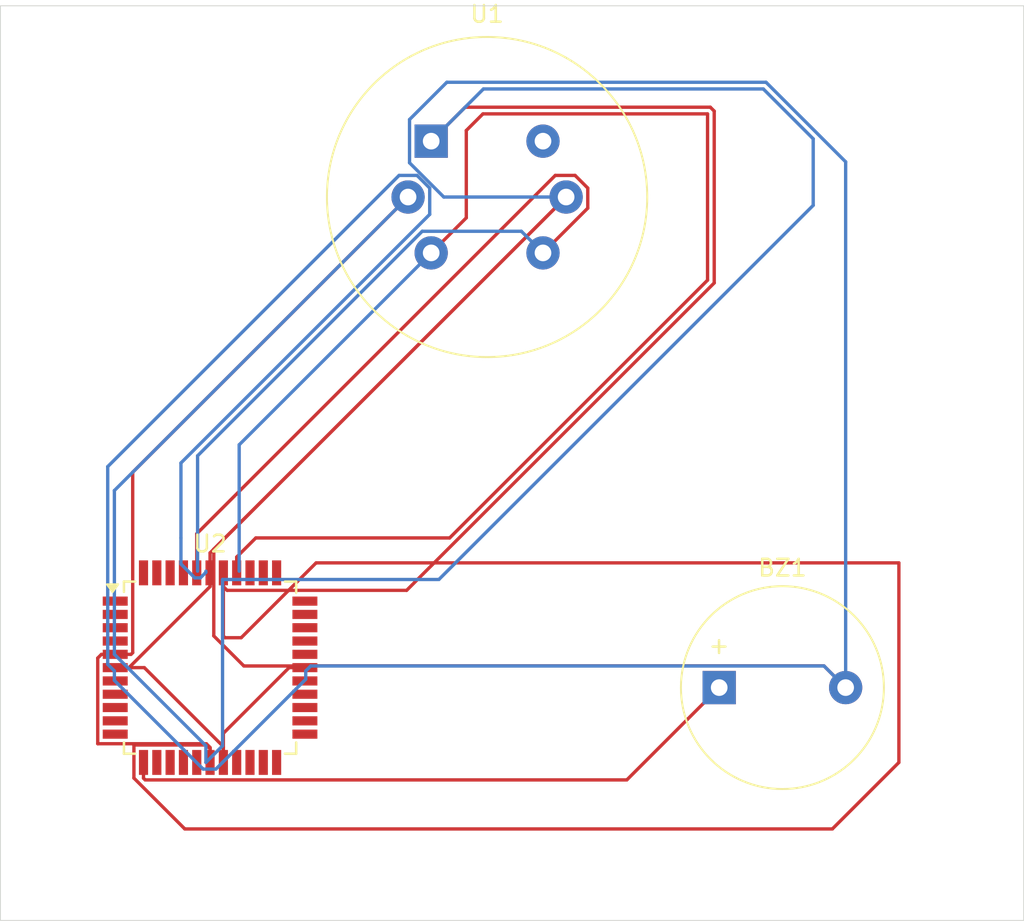
<source format=kicad_pcb>
(kicad_pcb (version 20241229) (generator "pcbnew") (generator_version "9.0")
  (layers (0 "F.Cu" signal) (2 "B.Cu" signal) (13 "F.Paste" user) (15 "B.Paste" user) (5 "F.SilkS" user "F.Silkscreen") (7 "B.SilkS" user "B.Silkscreen") (1 "F.Mask" user) (3 "B.Mask" user) (25 "Edge.Cuts" user))
  (net 0 "")
  (net 1 "Net-(BZ1-+)")
  (net 2 "GND")
  (net 3 "Net-(U1-A2)")
  (net 5 "+5V")
  (net 6 "Net-(U1-B2)")
  (footprint "Package_QFP:TQFP-44_10x10mm_P0.8mm" (layer "F.Cu") (at 152.1 85.3)
    (property "Reference" "U2" (at 0 -7.45 0) (layer "F.SilkS"))
    (property "Value" "ATmega32A-A")
    (fp_line (start -5.175 -5.175) (end -5.175 -4.56) (stroke (width 0.15)) (layer "F.SilkS"))
    (fp_line (start -5.175 -5.175) (end -4.5 -5.175) (stroke (width 0.15)) (layer "F.SilkS"))
    (fp_line (start -5.175 5.175) (end -5.175 4.5) (stroke (width 0.15)) (layer "F.SilkS"))
    (fp_line (start -5.175 5.175) (end -4.5 5.175) (stroke (width 0.15)) (layer "F.SilkS"))
    (fp_line (start 5.175 -5.175) (end 4.5 -5.175) (stroke (width 0.15)) (layer "F.SilkS"))
    (fp_line (start 5.175 -5.175) (end 5.175 -4.5) (stroke (width 0.15)) (layer "F.SilkS"))
    (fp_line (start 5.175 5.175) (end 4.5 5.175) (stroke (width 0.15)) (layer "F.SilkS"))
    (fp_line (start 5.175 5.175) (end 5.175 4.5) (stroke (width 0.15)) (layer "F.SilkS"))
    (fp_poly (pts (xy -5.86 -4.54) (xy -6.2 -5.01) (xy -5.52 -5.01) (xy -5.86 -4.54)) (stroke (width 0.12)) (fill yes) (layer "F.SilkS"))
    (pad "1" smd rect (at -5.7 -4) (size 1.5 0.55) (layers "F.Cu" "F.Mask" "F.Paste"))
    (pad "2" smd rect (at -5.7 -3.2) (size 1.5 0.55) (layers "F.Cu" "F.Mask" "F.Paste"))
    (pad "3" smd rect (at -5.7 -2.4) (size 1.5 0.55) (layers "F.Cu" "F.Mask" "F.Paste"))
    (pad "4" smd rect (at -5.7 -1.6) (size 1.5 0.55) (layers "F.Cu" "F.Mask" "F.Paste"))
    (pad "5" smd rect (at -5.7 -0.8) (size 1.5 0.55) (layers "F.Cu" "F.Mask" "F.Paste") (net 5 "+5V"))
    (pad "6" smd rect (at -5.7 0) (size 1.5 0.55) (layers "F.Cu" "F.Mask" "F.Paste") (net 2 "GND"))
    (pad "7" smd rect (at -5.7 0.8) (size 1.5 0.55) (layers "F.Cu" "F.Mask" "F.Paste"))
    (pad "8" smd rect (at -5.7 1.6) (size 1.5 0.55) (layers "F.Cu" "F.Mask" "F.Paste"))
    (pad "9" smd rect (at -5.7 2.4) (size 1.5 0.55) (layers "F.Cu" "F.Mask" "F.Paste"))
    (pad "10" smd rect (at -5.7 3.2) (size 1.5 0.55) (layers "F.Cu" "F.Mask" "F.Paste"))
    (pad "11" smd rect (at -5.7 4) (size 1.5 0.55) (layers "F.Cu" "F.Mask" "F.Paste"))
    (pad "12" smd rect (at -4 5.7 90) (size 1.5 0.55) (layers "F.Cu" "F.Mask" "F.Paste") (net 1 "Net-(BZ1-+)"))
    (pad "13" smd rect (at -3.2 5.7 90) (size 1.5 0.55) (layers "F.Cu" "F.Mask" "F.Paste"))
    (pad "14" smd rect (at -2.4 5.7 90) (size 1.5 0.55) (layers "F.Cu" "F.Mask" "F.Paste"))
    (pad "15" smd rect (at -1.6 5.7 90) (size 1.5 0.55) (layers "F.Cu" "F.Mask" "F.Paste"))
    (pad "16" smd rect (at -0.8 5.7 90) (size 1.5 0.55) (layers "F.Cu" "F.Mask" "F.Paste"))
    (pad "17" smd rect (at 0 5.7 90) (size 1.5 0.55) (layers "F.Cu" "F.Mask" "F.Paste") (net 5 "+5V"))
    (pad "18" smd rect (at 0.8 5.7 90) (size 1.5 0.55) (layers "F.Cu" "F.Mask" "F.Paste") (net 2 "GND"))
    (pad "19" smd rect (at 1.6 5.7 90) (size 1.5 0.55) (layers "F.Cu" "F.Mask" "F.Paste"))
    (pad "20" smd rect (at 2.4 5.7 90) (size 1.5 0.55) (layers "F.Cu" "F.Mask" "F.Paste"))
    (pad "21" smd rect (at 3.2 5.7 90) (size 1.5 0.55) (layers "F.Cu" "F.Mask" "F.Paste"))
    (pad "22" smd rect (at 4 5.7 90) (size 1.5 0.55) (layers "F.Cu" "F.Mask" "F.Paste"))
    (pad "23" smd rect (at 5.7 4) (size 1.5 0.55) (layers "F.Cu" "F.Mask" "F.Paste"))
    (pad "24" smd rect (at 5.7 3.2) (size 1.5 0.55) (layers "F.Cu" "F.Mask" "F.Paste"))
    (pad "25" smd rect (at 5.7 2.4) (size 1.5 0.55) (layers "F.Cu" "F.Mask" "F.Paste"))
    (pad "26" smd rect (at 5.7 1.6) (size 1.5 0.55) (layers "F.Cu" "F.Mask" "F.Paste"))
    (pad "27" smd rect (at 5.7 0.8) (size 1.5 0.55) (layers "F.Cu" "F.Mask" "F.Paste"))
    (pad "28" smd rect (at 5.7 0) (size 1.5 0.55) (layers "F.Cu" "F.Mask" "F.Paste") (net 2 "GND"))
    (pad "29" smd rect (at 5.7 -0.8) (size 1.5 0.55) (layers "F.Cu" "F.Mask" "F.Paste"))
    (pad "30" smd rect (at 5.7 -1.6) (size 1.5 0.55) (layers "F.Cu" "F.Mask" "F.Paste"))
    (pad "31" smd rect (at 5.7 -2.4) (size 1.5 0.55) (layers "F.Cu" "F.Mask" "F.Paste"))
    (pad "32" smd rect (at 5.7 -3.2) (size 1.5 0.55) (layers "F.Cu" "F.Mask" "F.Paste"))
    (pad "33" smd rect (at 5.7 -4) (size 1.5 0.55) (layers "F.Cu" "F.Mask" "F.Paste"))
    (pad "34" smd rect (at 4 -5.7 90) (size 1.5 0.55) (layers "F.Cu" "F.Mask" "F.Paste"))
    (pad "35" smd rect (at 3.2 -5.7 90) (size 1.5 0.55) (layers "F.Cu" "F.Mask" "F.Paste"))
    (pad "36" smd rect (at 2.4 -5.7 90) (size 1.5 0.55) (layers "F.Cu" "F.Mask" "F.Paste"))
    (pad "37" smd rect (at 1.6 -5.7 90) (size 1.5 0.55) (layers "F.Cu" "F.Mask" "F.Paste") (net 6 "Net-(U1-B2)"))
    (pad "38" smd rect (at 0.8 -5.7 90) (size 1.5 0.55) (layers "F.Cu" "F.Mask" "F.Paste") (net 5 "+5V"))
    (pad "39" smd rect (at 0 -5.7 90) (size 1.5 0.55) (layers "F.Cu" "F.Mask" "F.Paste") (net 2 "GND"))
    (pad "40" smd rect (at -0.8 -5.7 90) (size 1.5 0.55) (layers "F.Cu" "F.Mask" "F.Paste") (net 3 "Net-(U1-A2)"))
    (pad "41" smd rect (at -1.6 -5.7 90) (size 1.5 0.55) (layers "F.Cu" "F.Mask" "F.Paste"))
    (pad "42" smd rect (at -2.4 -5.7 90) (size 1.5 0.55) (layers "F.Cu" "F.Mask" "F.Paste"))
    (pad "43" smd rect (at -3.2 -5.7 90) (size 1.5 0.55) (layers "F.Cu" "F.Mask" "F.Paste"))
    (pad "44" smd rect (at -4 -5.7 90) (size 1.5 0.55) (layers "F.Cu" "F.Mask" "F.Paste"))
  )
  (footprint "Sensor:MQ-6" (layer "F.Cu") (at 165.39 53.64)
    (property "Reference" "U1" (at 3.36 -7.64 0) (layer "F.SilkS"))
    (property "Value" "MQ-6")
    (fp_circle (center 3.36 3.36) (end 12.985 3.36) (stroke (width 0.12)) (fill no) (layer "F.SilkS"))
    (pad "1" thru_hole rect (at 0 0) (size 2 2) (drill 1) (layers "*.Cu" "*.Mask") (net 5 "+5V"))
    (pad "2" thru_hole circle (at -1.39 3.36) (size 2 2) (drill 1) (layers "*.Cu" "*.Mask") (net 5 "+5V"))
    (pad "3" thru_hole circle (at 0 6.72 90) (size 2 2) (drill 1) (layers "*.Cu" "*.Mask") (net 6 "Net-(U1-B2)"))
    (pad "4" thru_hole circle (at 6.72 6.72 180) (size 2 2) (drill 1) (layers "*.Cu" "*.Mask") (net 3 "Net-(U1-A2)"))
    (pad "5" thru_hole circle (at 8.11 3.36) (size 2 2) (drill 1) (layers "*.Cu" "*.Mask") (net 2 "GND"))
    (pad "6" thru_hole circle (at 6.72 0 270) (size 2 2) (drill 1) (layers "*.Cu" "*.Mask"))
  )
  (footprint "Buzzer_Beeper:Buzzer_12x9.5RM7.6" (layer "F.Cu") (at 182.7 86.5)
    (property "Reference" "BZ1" (at 3.8 -7.2 0) (layer "F.SilkS"))
    (property "Value" "Buzzer")
    (fp_circle (center 3.8 0) (end 9.9 0) (stroke (width 0.12)) (fill no) (layer "F.SilkS"))
    (fp_text user "+" (at -0.01 -2.54 0) (layer "F.SilkS"))
    (pad "1" thru_hole rect (at 0 0) (size 2 2) (drill 1) (layers "*.Cu" "*.Mask") (net 1 "Net-(BZ1-+)"))
    (pad "2" thru_hole circle (at 7.6 0) (size 2 2) (drill 1) (layers "*.Cu" "*.Mask") (net 2 "GND"))
  )
  (gr_rect (start 139.5 45.5) (end 201 100.5) (stroke (width 0.05)) (fill no) (layer "Edge.Cuts"))
  (segment (start 182.7 86.5) (end 177.149 92.051) (width 0.2) (layer "F.Cu") (net 1))
  (segment (start 148.1 91.95) (end 148.1 91) (width 0.2) (layer "F.Cu") (net 1))
  (segment (start 148.201 92.051) (end 148.1 91.95) (width 0.2) (layer "F.Cu") (net 1))
  (segment (start 177.149 92.051) (end 148.201 92.051) (width 0.2) (layer "F.Cu") (net 1))
  (segment (start 154.1319 85.199) (end 188.999 85.199) (width 0.2) (layer "F.Cu") (net 2))
  (segment (start 152.1 80.427) (end 147.227 85.3) (width 0.2) (layer "F.Cu") (net 2))
  (segment (start 152.1 78.4) (end 152.1 79.6) (width 0.2) (layer "F.Cu") (net 2))
  (segment (start 173.5 57) (end 152.1 78.4) (width 0.2) (layer "F.Cu") (net 2))
  (segment (start 173.5 57) (end 152.324 78.176) (width 0.2) (layer "F.Cu") (net 2))
  (segment (start 147.227 85.3) (end 146.4 85.3) (width 0.2) (layer "F.Cu") (net 2))
  (segment (start 152.9 91) (end 152.9 89.25) (width 0.2) (layer "F.Cu") (net 2))
  (segment (start 157.901 85.199) (end 188.999 85.199) (width 0.2) (layer "F.Cu") (net 2))
  (segment (start 190.3 86.5) (end 190.3 86.7) (width 0.2) (layer "F.Cu") (net 2))
  (segment (start 152.9 90.05) (end 152.9 91) (width 0.2) (layer "F.Cu") (net 2))
  (segment (start 148.15 85.3) (end 152.9 90.05) (width 0.2) (layer "F.Cu") (net 2))
  (segment (start 188.999 85.199) (end 190.3 86.5) (width 0.2) (layer "F.Cu") (net 2))
  (segment (start 152.9 89.25) (end 156.85 85.3) (width 0.2) (layer "F.Cu") (net 2))
  (segment (start 157.8 85.3) (end 157.901 85.199) (width 0.2) (layer "F.Cu") (net 2))
  (segment (start 152.324 83.3911) (end 154.1319 85.199) (width 0.2) (layer "F.Cu") (net 2))
  (segment (start 146.4 85.3) (end 148.15 85.3) (width 0.2) (layer "F.Cu") (net 2))
  (segment (start 152.1 79.6) (end 152.1 80.427) (width 0.2) (layer "F.Cu") (net 2))
  (segment (start 152.324 78.176) (end 152.324 83.3911) (width 0.2) (layer "F.Cu") (net 2))
  (segment (start 190.3 86.7) (end 190 87) (width 0.2) (layer "F.Cu") (net 2))
  (segment (start 156.85 85.3) (end 157.8 85.3) (width 0.2) (layer "F.Cu") (net 2))
  (segment (start 188.999 85.199) (end 158.151 85.199) (width 0.2) (layer "B.Cu") (net 2))
  (segment (start 164.538892 55.699) (end 165.301 56.461108) (width 0.2) (layer "B.Cu") (net 2))
  (segment (start 190.3 86.5) (end 188.999 85.199) (width 0.2) (layer "B.Cu") (net 2))
  (segment (start 150.35 72.993008) (end 150.35 77.5) (width 0.2) (layer "B.Cu") (net 2))
  (segment (start 166.148 57) (end 164.089 54.941) (width 0.2) (layer "B.Cu") (net 2))
  (segment (start 150.35 77.5) (end 150.35 79.0671) (width 0.2) (layer "B.Cu") (net 2))
  (segment (start 157.85 86) (end 152.85 91) (width 0.2) (layer "B.Cu") (net 2))
  (segment (start 157.85 85.5) (end 157.85 86) (width 0.2) (layer "B.Cu") (net 2))
  (segment (start 146.35 85.5) (end 145.949 85.099) (width 0.2) (layer "B.Cu") (net 2))
  (segment (start 151.1839 79.901) (end 151.5161 79.901) (width 0.2) (layer "B.Cu") (net 2))
  (segment (start 145.949 73.211108) (end 163.461108 55.699) (width 0.2) (layer "B.Cu") (net 2))
  (segment (start 163.461108 55.699) (end 164.538892 55.699) (width 0.2) (layer "B.Cu") (net 2))
  (segment (start 164.089 52.339) (end 166.329 50.099) (width 0.2) (layer "B.Cu") (net 2))
  (segment (start 190.3 54.8829) (end 190.3 86.5) (width 0.2) (layer "B.Cu") (net 2))
  (segment (start 151.85 79.5671) (end 151.85 79.5) (width 0.2) (layer "B.Cu") (net 2))
  (segment (start 151.5161 79.901) (end 151.85 79.5671) (width 0.2) (layer "B.Cu") (net 2))
  (segment (start 185.5161 50.099) (end 190.3 54.8829) (width 0.2) (layer "B.Cu") (net 2))
  (segment (start 165.301 56.461108) (end 165.301 58.042008) (width 0.2) (layer "B.Cu") (net 2))
  (segment (start 152.85 91) (end 152.449 91.401) (width 0.2) (layer "B.Cu") (net 2))
  (segment (start 152.449 91.401) (end 151.6839 91.401) (width 0.2) (layer "B.Cu") (net 2))
  (segment (start 145.949 85.099) (end 145.949 73.211108) (width 0.2) (layer "B.Cu") (net 2))
  (segment (start 165.301 58.042008) (end 150.35 72.993008) (width 0.2) (layer "B.Cu") (net 2))
  (segment (start 164.089 54.941) (end 164.089 52.339) (width 0.2) (layer "B.Cu") (net 2))
  (segment (start 166.329 50.099) (end 185.5161 50.099) (width 0.2) (layer "B.Cu") (net 2))
  (segment (start 151.6839 91.401) (end 146.35 86.0671) (width 0.2) (layer "B.Cu") (net 2))
  (segment (start 146.35 86.0671) (end 146.35 85.5) (width 0.2) (layer "B.Cu") (net 2))
  (segment (start 173.5 57) (end 166.148 57) (width 0.2) (layer "B.Cu") (net 2))
  (segment (start 158.151 85.199) (end 157.85 85.5) (width 0.2) (layer "B.Cu") (net 2))
  (segment (start 150.35 79.0671) (end 151.1839 79.901) (width 0.2) (layer "B.Cu") (net 2))
  (segment (start 172.85 55.699) (end 151.3 77.249) (width 0.2) (layer "F.Cu") (net 3))
  (segment (start 174.801 57.669) (end 174.801 56.461108) (width 0.2) (layer "F.Cu") (net 3))
  (segment (start 151.3 77.249) (end 151.3 79.6) (width 0.2) (layer "F.Cu") (net 3))
  (segment (start 174.801 56.461108) (end 174.038892 55.699) (width 0.2) (layer "F.Cu") (net 3))
  (segment (start 174.038892 55.699) (end 172.85 55.699) (width 0.2) (layer "F.Cu") (net 3))
  (segment (start 172.11 60.36) (end 174.801 57.669) (width 0.2) (layer "F.Cu") (net 3))
  (segment (start 164.851108 59.059) (end 151.35 72.560108) (width 0.2) (layer "B.Cu") (net 3))
  (segment (start 151.35 72.560108) (end 151.35 79.5) (width 0.2) (layer "B.Cu") (net 3))
  (segment (start 170.809 59.059) (end 164.851108 59.059) (width 0.2) (layer "B.Cu") (net 3))
  (segment (start 172.11 60.36) (end 170.809 59.059) (width 0.2) (layer "B.Cu") (net 3))
  (segment (start 145.349 84.724) (end 145.349 89.876) (width 0.2) (layer "F.Cu") (net 5))
  (segment (start 150.5829 95) (end 189.5 95) (width 0.2) (layer "F.Cu") (net 5))
  (segment (start 163.9161 80.651) (end 153.124 80.651) (width 0.2) (layer "F.Cu") (net 5))
  (segment (start 164 57) (end 147.451 73.549) (width 0.2) (layer "F.Cu") (net 5))
  (segment (start 152.9 80.427) (end 152.9 79.6) (width 0.2) (layer "F.Cu") (net 5))
  (segment (start 193.5 79) (end 158.473 79) (width 0.2) (layer "F.Cu") (net 5))
  (segment (start 145.573 84.5) (end 145.349 84.724) (width 0.2) (layer "F.Cu") (net 5))
  (segment (start 147.35 84.5) (end 146.4 84.5) (width 0.2) (layer "F.Cu") (net 5))
  (segment (start 182.401 51.8339) (end 182.401 62.1661) (width 0.2) (layer "F.Cu") (net 5))
  (segment (start 158.473 79) (end 153.973 83.5) (width 0.2) (layer "F.Cu") (net 5))
  (segment (start 152.9 83.4) (end 152.9 79.6) (width 0.2) (layer "F.Cu") (net 5))
  (segment (start 153.124 80.651) (end 152.9 80.427) (width 0.2) (layer "F.Cu") (net 5))
  (segment (start 193.5 91) (end 193.5 79) (width 0.2) (layer "F.Cu") (net 5))
  (segment (start 152.1 90.1) (end 152.1 91) (width 0.2) (layer "F.Cu") (net 5))
  (segment (start 147.524 91.9411) (end 150.5829 95) (width 0.2) (layer "F.Cu") (net 5))
  (segment (start 182.1661 51.599) (end 182.401 51.8339) (width 0.2) (layer "F.Cu") (net 5))
  (segment (start 146.4 84.5) (end 145.573 84.5) (width 0.2) (layer "F.Cu") (net 5))
  (segment (start 145.349 89.876) (end 151.876 89.876) (width 0.2) (layer "F.Cu") (net 5))
  (segment (start 151.876 89.949) (end 147.524 89.949) (width 0.2) (layer "F.Cu") (net 5))
  (segment (start 153 83.5) (end 152.9 83.4) (width 0.2) (layer "F.Cu") (net 5))
  (segment (start 167.431 51.599) (end 182.1661 51.599) (width 0.2) (layer "F.Cu") (net 5))
  (segment (start 182.401 62.1661) (end 163.9161 80.651) (width 0.2) (layer "F.Cu") (net 5))
  (segment (start 147.451 84.399) (end 147.35 84.5) (width 0.2) (layer "F.Cu") (net 5))
  (segment (start 153.973 83.5) (end 153 83.5) (width 0.2) (layer "F.Cu") (net 5))
  (segment (start 152.1 90.173) (end 151.876 89.949) (width 0.2) (layer "F.Cu") (net 5))
  (segment (start 165.39 53.64) (end 167.431 51.599) (width 0.2) (layer "F.Cu") (net 5))
  (segment (start 147.524 89.949) (end 147.524 91.9411) (width 0.2) (layer "F.Cu") (net 5))
  (segment (start 189.5 95) (end 193.5 91) (width 0.2) (layer "F.Cu") (net 5))
  (segment (start 151.876 89.876) (end 152.1 90.1) (width 0.2) (layer "F.Cu") (net 5))
  (segment (start 152.1 91) (end 152.1 90.173) (width 0.2) (layer "F.Cu") (net 5))
  (segment (start 147.451 73.549) (end 147.451 84.399) (width 0.2) (layer "F.Cu") (net 5))
  (segment (start 146.35 74.65) (end 146.35 84.5) (width 0.2) (layer "B.Cu") (net 5))
  (segment (start 152.85 80) (end 165.85 80) (width 0.2) (layer "B.Cu") (net 5))
  (segment (start 152.85 90) (end 152.85 80) (width 0.2) (layer "B.Cu") (net 5))
  (segment (start 151.85 90) (end 151.85 91) (width 0.2) (layer "B.Cu") (net 5))
  (segment (start 168.53 50.5) (end 165.39 53.64) (width 0.2) (layer "B.Cu") (net 5))
  (segment (start 164 57) (end 146.35 74.65) (width 0.2) (layer "B.Cu") (net 5))
  (segment (start 165.85 80) (end 188.35 57.5) (width 0.2) (layer "B.Cu") (net 5))
  (segment (start 151.85 91) (end 152.85 90) (width 0.2) (layer "B.Cu") (net 5))
  (segment (start 188.35 53.5) (end 185.35 50.5) (width 0.2) (layer "B.Cu") (net 5))
  (segment (start 188.35 57.5) (end 188.35 53.5) (width 0.2) (layer "B.Cu") (net 5))
  (segment (start 146.35 84.5) (end 151.85 90) (width 0.2) (layer "B.Cu") (net 5))
  (segment (start 185.35 50.5) (end 168.53 50.5) (width 0.2) (layer "B.Cu") (net 5))
  (segment (start 165.39 60.36) (end 167.5 58.25) (width 0.2) (layer "F.Cu") (net 6))
  (segment (start 153.7 78.65) (end 153.7 79.6) (width 0.2) (layer "F.Cu") (net 6))
  (segment (start 166.5 77.5) (end 154.85 77.5) (width 0.2) (layer "F.Cu") (net 6))
  (segment (start 154.85 77.5) (end 153.7 78.65) (width 0.2) (layer "F.Cu") (net 6))
  (segment (start 168.5 52) (end 182 52) (width 0.2) (layer "F.Cu") (net 6))
  (segment (start 182 52) (end 182 62) (width 0.2) (layer "F.Cu") (net 6))
  (segment (start 167.5 53) (end 168.5 52) (width 0.2) (layer "F.Cu") (net 6))
  (segment (start 167.5 58.25) (end 167.5 53) (width 0.2) (layer "F.Cu") (net 6))
  (segment (start 182 62) (end 166.5 77.5) (width 0.2) (layer "F.Cu") (net 6))
  (segment (start 165.39 60.36) (end 153.85 71.9) (width 0.2) (layer "B.Cu") (net 6))
  (segment (start 153.85 71.9) (end 153.85 79.5) (width 0.2) (layer "B.Cu") (net 6))
)
</source>
